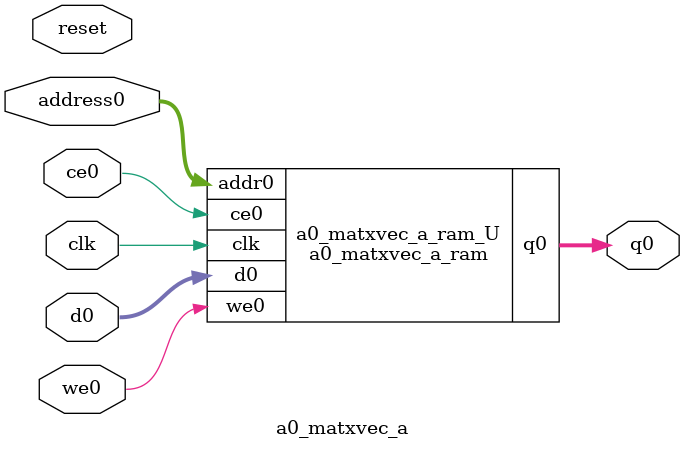
<source format=v>
`timescale 1 ns / 1 ps
module a0_matxvec_a_ram (addr0, ce0, d0, we0, q0,  clk);

parameter DWIDTH = 32;
parameter AWIDTH = 10;
parameter MEM_SIZE = 1024;

input[AWIDTH-1:0] addr0;
input ce0;
input[DWIDTH-1:0] d0;
input we0;
output reg[DWIDTH-1:0] q0;
input clk;

(* ram_style = "block" *)reg [DWIDTH-1:0] ram[0:MEM_SIZE-1];




always @(posedge clk)  
begin 
    if (ce0) 
    begin
        if (we0) 
        begin 
            ram[addr0] <= d0; 
        end 
        q0 <= ram[addr0];
    end
end


endmodule

`timescale 1 ns / 1 ps
module a0_matxvec_a(
    reset,
    clk,
    address0,
    ce0,
    we0,
    d0,
    q0);

parameter DataWidth = 32'd32;
parameter AddressRange = 32'd1024;
parameter AddressWidth = 32'd10;
input reset;
input clk;
input[AddressWidth - 1:0] address0;
input ce0;
input we0;
input[DataWidth - 1:0] d0;
output[DataWidth - 1:0] q0;



a0_matxvec_a_ram a0_matxvec_a_ram_U(
    .clk( clk ),
    .addr0( address0 ),
    .ce0( ce0 ),
    .we0( we0 ),
    .d0( d0 ),
    .q0( q0 ));

endmodule


</source>
